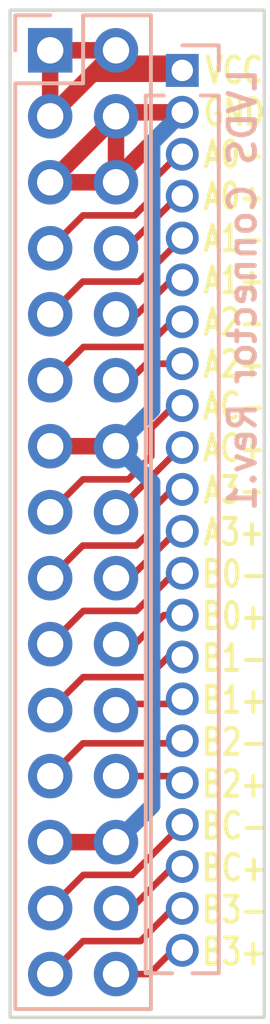
<source format=kicad_pcb>
(kicad_pcb (version 20211014) (generator pcbnew)
  (layers (0 "F.Cu" signal) (31 "B.Cu" signal) (34 "B.Paste" user) (35 "F.Paste" user) (36 "B.SilkS" user "B.Silkscreen") (37 "F.SilkS" user "F.Silkscreen") (38 "B.Mask" user) (39 "F.Mask" user) (44 "Edge.Cuts" user))
  (net 0 "")
  (net 1 "/VCC")
  (net 2 "/GND")
  (net 3 "/LA0-")
  (net 4 "/LA0+")
  (net 5 "/LA1-")
  (net 6 "/LA1+")
  (net 7 "/LA2-")
  (net 8 "/LA2+")
  (net 9 "/LAC-")
  (net 10 "/LAC+")
  (net 11 "/LA3-")
  (net 12 "/LA3+")
  (net 13 "/LB0-")
  (net 14 "/LB0+")
  (net 15 "/LB1-")
  (net 16 "/LB1+")
  (net 17 "/LB2-")
  (net 18 "/LB2+")
  (net 19 "/LBC-")
  (net 20 "/LBC+")
  (net 21 "/LB3-")
  (net 22 "/LB3+")
  (footprint "Connector_PinHeader_1.27mm:PinHeader_1x22_P1.27mm_Vertical" (layer "B.Cu") (at 143.764 43.2816 180)
    (fp_text reference "J2" hide)
    (fp_text value "Conn_01x22" hide)
    (fp_line (start 0.563471 -0.76) (end 1.11 -0.76) (layer "B.SilkS") (width 0.12))
    (fp_line (start -1.11 -27.365) (end -0.30753 -27.365) (layer "B.SilkS") (width 0.12))
    (fp_line (start -1.11 -0.76) (end -0.563471 -0.76) (layer "B.SilkS") (width 0.12))
    (fp_line (start -1.11 -0.76) (end -1.11 -27.365) (layer "B.SilkS") (width 0.12))
    (fp_line (start 1.11 -0.76) (end 1.11 -27.365) (layer "B.SilkS") (width 0.12))
    (fp_line (start -1.11 0) (end -1.11 0.76) (layer "B.SilkS") (width 0.12))
    (fp_line (start -1.11 0.76) (end 0 0.76) (layer "B.SilkS") (width 0.12))
    (fp_line (start 0.30753 -27.365) (end 1.11 -27.365) (layer "B.SilkS") (width 0.12))
    (pad "1" thru_hole rect (at 0 0 180) (size 1 1) (drill 0.65) (layers *.Cu *.Mask) (net 1 "/VCC"))
    (pad "2" thru_hole oval (at 0 -1.27 180) (size 1 1) (drill 0.65) (layers *.Cu *.Mask) (net 2 "/GND"))
    (pad "3" thru_hole oval (at 0 -2.54 180) (size 1 1) (drill 0.65) (layers *.Cu *.Mask) (net 3 "/LA0-"))
    (pad "4" thru_hole oval (at 0 -3.81 180) (size 1 1) (drill 0.65) (layers *.Cu *.Mask) (net 4 "/LA0+"))
    (pad "5" thru_hole oval (at 0 -5.08 180) (size 1 1) (drill 0.65) (layers *.Cu *.Mask) (net 5 "/LA1-"))
    (pad "6" thru_hole oval (at 0 -6.35 180) (size 1 1) (drill 0.65) (layers *.Cu *.Mask) (net 6 "/LA1+"))
    (pad "7" thru_hole oval (at 0 -7.62 180) (size 1 1) (drill 0.65) (layers *.Cu *.Mask) (net 7 "/LA2-"))
    (pad "8" thru_hole oval (at 0 -8.89 180) (size 1 1) (drill 0.65) (layers *.Cu *.Mask) (net 8 "/LA2+"))
    (pad "9" thru_hole oval (at 0 -10.16 180) (size 1 1) (drill 0.65) (layers *.Cu *.Mask) (net 9 "/LAC-"))
    (pad "10" thru_hole oval (at 0 -11.43 180) (size 1 1) (drill 0.65) (layers *.Cu *.Mask) (net 10 "/LAC+"))
    (pad "11" thru_hole oval (at 0 -12.7 180) (size 1 1) (drill 0.65) (layers *.Cu *.Mask) (net 11 "/LA3-"))
    (pad "12" thru_hole oval (at 0 -13.97 180) (size 1 1) (drill 0.65) (layers *.Cu *.Mask) (net 12 "/LA3+"))
    (pad "13" thru_hole oval (at 0 -15.24 180) (size 1 1) (drill 0.65) (layers *.Cu *.Mask) (net 13 "/LB0-"))
    (pad "14" thru_hole oval (at 0 -16.51 180) (size 1 1) (drill 0.65) (layers *.Cu *.Mask) (net 14 "/LB0+"))
    (pad "15" thru_hole oval (at 0 -17.78 180) (size 1 1) (drill 0.65) (layers *.Cu *.Mask) (net 15 "/LB1-"))
    (pad "16" thru_hole oval (at 0 -19.05 180) (size 1 1) (drill 0.65) (layers *.Cu *.Mask) (net 16 "/LB1+"))
    (pad "17" thru_hole oval (at 0 -20.32 180) (size 1 1) (drill 0.65) (layers *.Cu *.Mask) (net 17 "/LB2-"))
    (pad "18" thru_hole oval (at 0 -21.59 180) (size 1 1) (drill 0.65) (layers *.Cu *.Mask) (net 18 "/LB2+"))
    (pad "19" thru_hole oval (at 0 -22.86 180) (size 1 1) (drill 0.65) (layers *.Cu *.Mask) (net 19 "/LBC-"))
    (pad "20" thru_hole oval (at 0 -24.13 180) (size 1 1) (drill 0.65) (layers *.Cu *.Mask) (net 20 "/LBC+"))
    (pad "21" thru_hole oval (at 0 -25.4 180) (size 1 1) (drill 0.65) (layers *.Cu *.Mask) (net 21 "/LB3-"))
    (pad "22" thru_hole oval (at 0 -26.67 180) (size 1 1) (drill 0.65) (layers *.Cu *.Mask) (net 22 "/LB3+"))
  )
  (footprint "Connector_PinSocket_2.00mm:PinSocket_2x15_P2.00mm_Vertical" (layer "B.Cu") (at 139.7508 42.672 180)
    (fp_text reference "J1" hide)
    (fp_text value "Conn_02x15_Odd_Even" hide)
    (fp_line (start -3.06 1.06) (end -3.06 -29.06) (layer "B.SilkS") (width 0.12))
    (fp_line (start -3.06 -29.06) (end 1.06 -29.06) (layer "B.SilkS") (width 0.12))
    (fp_line (start -3.06 1.06) (end -1 1.06) (layer "B.SilkS") (width 0.12))
    (fp_line (start -1 -1) (end 1.06 -1) (layer "B.SilkS") (width 0.12))
    (fp_line (start 1.06 1.06) (end 1.06 0) (layer "B.SilkS") (width 0.12))
    (fp_line (start 0 1.06) (end 1.06 1.06) (layer "B.SilkS") (width 0.12))
    (fp_line (start -1 1.06) (end -1 -1) (layer "B.SilkS") (width 0.12))
    (fp_line (start 1.06 -1) (end 1.06 -29.06) (layer "B.SilkS") (width 0.12))
    (pad "1" thru_hole rect (at 0 0 180) (size 1.35 1.35) (drill 0.8) (layers *.Cu *.Mask) (net 1 "/VCC"))
    (pad "2" thru_hole oval (at -2 0 180) (size 1.35 1.35) (drill 0.8) (layers *.Cu *.Mask) (net 1 "/VCC"))
    (pad "3" thru_hole oval (at 0 -2 180) (size 1.35 1.35) (drill 0.8) (layers *.Cu *.Mask) (net 1 "/VCC"))
    (pad "4" thru_hole oval (at -2 -2 180) (size 1.35 1.35) (drill 0.8) (layers *.Cu *.Mask) (net 2 "/GND"))
    (pad "5" thru_hole oval (at 0 -4 180) (size 1.35 1.35) (drill 0.8) (layers *.Cu *.Mask) (net 2 "/GND"))
    (pad "6" thru_hole oval (at -2 -4 180) (size 1.35 1.35) (drill 0.8) (layers *.Cu *.Mask) (net 2 "/GND"))
    (pad "7" thru_hole oval (at 0 -6 180) (size 1.35 1.35) (drill 0.8) (layers *.Cu *.Mask) (net 3 "/LA0-"))
    (pad "8" thru_hole oval (at -2 -6 180) (size 1.35 1.35) (drill 0.8) (layers *.Cu *.Mask) (net 4 "/LA0+"))
    (pad "9" thru_hole oval (at 0 -8 180) (size 1.35 1.35) (drill 0.8) (layers *.Cu *.Mask) (net 5 "/LA1-"))
    (pad "10" thru_hole oval (at -2 -8 180) (size 1.35 1.35) (drill 0.8) (layers *.Cu *.Mask) (net 6 "/LA1+"))
    (pad "11" thru_hole oval (at 0 -10 180) (size 1.35 1.35) (drill 0.8) (layers *.Cu *.Mask) (net 7 "/LA2-"))
    (pad "12" thru_hole oval (at -2 -10 180) (size 1.35 1.35) (drill 0.8) (layers *.Cu *.Mask) (net 8 "/LA2+"))
    (pad "13" thru_hole oval (at 0 -12 180) (size 1.35 1.35) (drill 0.8) (layers *.Cu *.Mask) (net 2 "/GND"))
    (pad "14" thru_hole oval (at -2 -12 180) (size 1.35 1.35) (drill 0.8) (layers *.Cu *.Mask) (net 2 "/GND"))
    (pad "15" thru_hole oval (at 0 -14 180) (size 1.35 1.35) (drill 0.8) (layers *.Cu *.Mask) (net 9 "/LAC-"))
    (pad "16" thru_hole oval (at -2 -14 180) (size 1.35 1.35) (drill 0.8) (layers *.Cu *.Mask) (net 10 "/LAC+"))
    (pad "17" thru_hole oval (at 0 -16 180) (size 1.35 1.35) (drill 0.8) (layers *.Cu *.Mask) (net 11 "/LA3-"))
    (pad "18" thru_hole oval (at -2 -16 180) (size 1.35 1.35) (drill 0.8) (layers *.Cu *.Mask) (net 12 "/LA3+"))
    (pad "19" thru_hole oval (at 0 -18 180) (size 1.35 1.35) (drill 0.8) (layers *.Cu *.Mask) (net 13 "/LB0-"))
    (pad "20" thru_hole oval (at -2 -18 180) (size 1.35 1.35) (drill 0.8) (layers *.Cu *.Mask) (net 14 "/LB0+"))
    (pad "21" thru_hole oval (at 0 -20 180) (size 1.35 1.35) (drill 0.8) (layers *.Cu *.Mask) (net 15 "/LB1-"))
    (pad "22" thru_hole oval (at -2 -20 180) (size 1.35 1.35) (drill 0.8) (layers *.Cu *.Mask) (net 16 "/LB1+"))
    (pad "23" thru_hole oval (at 0 -22 180) (size 1.35 1.35) (drill 0.8) (layers *.Cu *.Mask) (net 17 "/LB2-"))
    (pad "24" thru_hole oval (at -2 -22 180) (size 1.35 1.35) (drill 0.8) (layers *.Cu *.Mask) (net 18 "/LB2+"))
    (pad "25" thru_hole oval (at 0 -24 180) (size 1.35 1.35) (drill 0.8) (layers *.Cu *.Mask) (net 2 "/GND"))
    (pad "26" thru_hole oval (at -2 -24 180) (size 1.35 1.35) (drill 0.8) (layers *.Cu *.Mask) (net 2 "/GND"))
    (pad "27" thru_hole oval (at 0 -26 180) (size 1.35 1.35) (drill 0.8) (layers *.Cu *.Mask) (net 19 "/LBC-"))
    (pad "28" thru_hole oval (at -2 -26 180) (size 1.35 1.35) (drill 0.8) (layers *.Cu *.Mask) (net 20 "/LBC+"))
    (pad "29" thru_hole oval (at 0 -28 180) (size 1.35 1.35) (drill 0.8) (layers *.Cu *.Mask) (net 21 "/LB3-"))
    (pad "30" thru_hole oval (at -2 -28 180) (size 1.35 1.35) (drill 0.8) (layers *.Cu *.Mask) (net 22 "/LB3+"))
  )
  (gr_rect (start 138.5316 41.4528) (end 146.2532 71.9836) (layer "Edge.Cuts") (width 0.1) (fill none))
  (gr_text "LVDS Connector Rev.1" (at 145.5928 49.9364 90) (layer "B.SilkS") (effects (font (size 0.8 0.8)) (justify mirror)))
  (gr_text "VCC\nGND\nA0-\nA0+\nA1-\nA1+\nA2-\nA2+\nAC-\nAC+\nA3-\nA3+\nB0-\nB0+\nB1-\nB1+\nB2-\nB2+\nBC-\nBC+\nB3-\nB3+" (at 145.3388 56.642) (layer "F.SilkS") (effects (font (size 0.79 0.6) (thickness 0.125))))
  (segment (start 139.7508 44.672) (end 141.0396 43.3832) (width 0.5) (layer "F.Cu") (net 1))
  (segment (start 141.7508 42.672) (end 139.7508 42.672) (width 0.5) (layer "F.Cu") (net 1))
  (segment (start 139.7508 44.672) (end 141.7508 42.672) (width 0.5) (layer "F.Cu") (net 1))
  (segment (start 139.7508 42.672) (end 139.7508 44.672) (width 0.5) (layer "F.Cu") (net 1))
  (segment (start 143.764 43.2816) (end 143.5608 43.0784) (width 0.5) (layer "F.Cu") (net 1))
  (segment (start 142.1572 43.0784) (end 141.7508 42.672) (width 0.5) (layer "F.Cu") (net 1))
  (segment (start 143.5608 43.0784) (end 142.1572 43.0784) (width 0.5) (layer "F.Cu") (net 1))
  (segment (start 143.6624 43.3832) (end 143.764 43.2816) (width 0.5) (layer "F.Cu") (net 1))
  (segment (start 141.0396 43.3832) (end 143.6624 43.3832) (width 0.5) (layer "F.Cu") (net 1))
  (segment (start 141.7508 46.672) (end 141.7508 44.672) (width 0.5) (layer "F.Cu") (net 2))
  (segment (start 139.7508 54.672) (end 141.7508 54.672) (width 0.5) (layer "F.Cu") (net 2))
  (segment (start 139.7508 66.672) (end 141.7508 66.672) (width 0.5) (layer "F.Cu") (net 2))
  (segment (start 141.7508 44.672) (end 141.8712 44.5516) (width 0.5) (layer "F.Cu") (net 2))
  (segment (start 141.7508 46.672) (end 141.7508 46.5648) (width 0.5) (layer "F.Cu") (net 2))
  (segment (start 141.8712 44.5516) (end 143.764 44.5516) (width 0.5) (layer "F.Cu") (net 2))
  (segment (start 141.7508 46.5648) (end 143.764 44.5516) (width 0.5) (layer "F.Cu") (net 2))
  (segment (start 139.7508 46.672) (end 141.7508 44.672) (width 0.5) (layer "F.Cu") (net 2))
  (segment (start 139.7508 46.672) (end 141.7508 46.672) (width 0.5) (layer "F.Cu") (net 2))
  (segment (start 142.8496 55.7708) (end 141.7508 54.672) (width 0.5) (layer "B.Cu") (net 2))
  (segment (start 143.764 44.5516) (end 142.8496 45.466) (width 0.5) (layer "B.Cu") (net 2))
  (segment (start 142.8496 53.5732) (end 141.7508 54.672) (width 0.5) (layer "B.Cu") (net 2))
  (segment (start 141.7508 66.672) (end 142.8496 65.5732) (width 0.5) (layer "B.Cu") (net 2))
  (segment (start 142.8496 65.5732) (end 142.8496 55.7708) (width 0.5) (layer "B.Cu") (net 2))
  (segment (start 142.8496 45.466) (end 142.8496 53.5732) (width 0.5) (layer "B.Cu") (net 2))
  (segment (start 142.3162 47.6758) (end 140.747 47.6758) (width 0.2) (layer "F.Cu") (net 3))
  (segment (start 140.747 47.6758) (end 139.7508 48.672) (width 0.2) (layer "F.Cu") (net 3))
  (segment (start 142.7988 46.6852) (end 142.7988 47.1932) (width 0.2) (layer "F.Cu") (net 3))
  (segment (start 143.764 45.8216) (end 143.6624 45.8216) (width 0.2) (layer "F.Cu") (net 3))
  (segment (start 142.7988 47.1932) (end 142.3162 47.6758) (width 0.2) (layer "F.Cu") (net 3))
  (segment (start 143.6624 45.8216) (end 142.7988 46.6852) (width 0.2) (layer "F.Cu") (net 3))
  (segment (start 142.0566 48.672) (end 141.7508 48.672) (width 0.2) (layer "F.Cu") (net 4))
  (segment (start 143.637 47.0916) (end 142.0566 48.672) (width 0.2) (layer "F.Cu") (net 4))
  (segment (start 143.764 47.0916) (end 143.637 47.0916) (width 0.2) (layer "F.Cu") (net 4))
  (segment (start 143.764 48.3616) (end 142.4432 49.6824) (width 0.2) (layer "F.Cu") (net 5))
  (segment (start 140.7404 49.6824) (end 139.7508 50.672) (width 0.2) (layer "F.Cu") (net 5))
  (segment (start 142.4432 49.6824) (end 140.7404 49.6824) (width 0.2) (layer "F.Cu") (net 5))
  (segment (start 143.764 49.6316) (end 143.4338 49.6316) (width 0.2) (layer "F.Cu") (net 6))
  (segment (start 143.4338 49.6316) (end 142.3934 50.672) (width 0.2) (layer "F.Cu") (net 6))
  (segment (start 142.3934 50.672) (end 141.7508 50.672) (width 0.2) (layer "F.Cu") (net 6))
  (segment (start 142.6718 51.6636) (end 140.7592 51.6636) (width 0.2) (layer "F.Cu") (net 7))
  (segment (start 143.4338 50.9016) (end 142.6718 51.6636) (width 0.2) (layer "F.Cu") (net 7))
  (segment (start 143.764 50.9016) (end 143.4338 50.9016) (width 0.2) (layer "F.Cu") (net 7))
  (segment (start 140.7592 51.6636) (end 139.7508 52.672) (width 0.2) (layer "F.Cu") (net 7))
  (segment (start 142.1714 52.672) (end 142.6718 52.1716) (width 0.2) (layer "F.Cu") (net 8))
  (segment (start 142.6718 52.1716) (end 143.764 52.1716) (width 0.2) (layer "F.Cu") (net 8))
  (segment (start 141.7508 52.672) (end 142.1714 52.672) (width 0.2) (layer "F.Cu") (net 8))
  (segment (start 140.746 55.6768) (end 139.7508 56.672) (width 0.2) (layer "F.Cu") (net 9))
  (segment (start 143.764 53.4416) (end 143.51 53.4416) (width 0.2) (layer "F.Cu") (net 9))
  (segment (start 143.51 53.4416) (end 142.8242 54.1274) (width 0.2) (layer "F.Cu") (net 9))
  (segment (start 142.8242 54.1274) (end 142.8242 54.977459) (width 0.2) (layer "F.Cu") (net 9))
  (segment (start 142.8242 54.977459) (end 142.124859 55.6768) (width 0.2) (layer "F.Cu") (net 9))
  (segment (start 142.124859 55.6768) (end 140.746 55.6768) (width 0.2) (layer "F.Cu") (net 9))
  (segment (start 143.7112 54.7116) (end 143.764 54.7116) (width 0.2) (layer "F.Cu") (net 10))
  (segment (start 141.7508 56.672) (end 143.7112 54.7116) (width 0.2) (layer "F.Cu") (net 10))
  (segment (start 142.8496 56.5912) (end 142.8496 57.2008) (width 0.2) (layer "F.Cu") (net 11))
  (segment (start 140.7394 57.6834) (end 139.7508 58.672) (width 0.2) (layer "F.Cu") (net 11))
  (segment (start 142.8496 57.2008) (end 142.367 57.6834) (width 0.2) (layer "F.Cu") (net 11))
  (segment (start 142.367 57.6834) (end 140.7394 57.6834) (width 0.2) (layer "F.Cu") (net 11))
  (segment (start 143.4592 55.9816) (end 142.8496 56.5912) (width 0.2) (layer "F.Cu") (net 11))
  (segment (start 143.764 55.9816) (end 143.4592 55.9816) (width 0.2) (layer "F.Cu") (net 11))
  (segment (start 143.5862 57.2516) (end 142.1658 58.672) (width 0.2) (layer "F.Cu") (net 12))
  (segment (start 143.764 57.2516) (end 143.5862 57.2516) (width 0.2) (layer "F.Cu") (net 12))
  (segment (start 142.1658 58.672) (end 141.7508 58.672) (width 0.2) (layer "F.Cu") (net 12))
  (segment (start 143.51 58.5216) (end 142.367 59.6646) (width 0.2) (layer "F.Cu") (net 13))
  (segment (start 143.764 58.5216) (end 143.51 58.5216) (width 0.2) (layer "F.Cu") (net 13))
  (segment (start 142.367 59.6646) (end 140.7582 59.6646) (width 0.2) (layer "F.Cu") (net 13))
  (segment (start 140.7582 59.6646) (end 139.7508 60.672) (width 0.2) (layer "F.Cu") (net 13))
  (segment (start 142.3248 60.672) (end 141.7508 60.672) (width 0.2) (layer "F.Cu") (net 14))
  (segment (start 143.2052 59.7916) (end 142.3248 60.672) (width 0.2) (layer "F.Cu") (net 14))
  (segment (start 143.764 59.7916) (end 143.2052 59.7916) (width 0.2) (layer "F.Cu") (net 14))
  (segment (start 143.3322 61.0616) (end 142.7226 61.6712) (width 0.2) (layer "F.Cu") (net 15))
  (segment (start 140.7516 61.6712) (end 139.7508 62.672) (width 0.2) (layer "F.Cu") (net 15))
  (segment (start 143.764 61.0616) (end 143.3322 61.0616) (width 0.2) (layer "F.Cu") (net 15))
  (segment (start 142.7226 61.6712) (end 140.7516 61.6712) (width 0.2) (layer "F.Cu") (net 15))
  (segment (start 143.764 62.3316) (end 143.6116 62.484) (width 0.2) (layer "F.Cu") (net 16))
  (segment (start 141.9388 62.484) (end 141.7508 62.672) (width 0.2) (layer "F.Cu") (net 16))
  (segment (start 143.6116 62.484) (end 141.9388 62.484) (width 0.2) (layer "F.Cu") (net 16))
  (segment (start 143.764 63.6016) (end 143.6878 63.6778) (width 0.2) (layer "F.Cu") (net 17))
  (segment (start 140.745 63.6778) (end 139.7508 64.672) (width 0.2) (layer "F.Cu") (net 17))
  (segment (start 143.6878 63.6778) (end 140.745 63.6778) (width 0.2) (layer "F.Cu") (net 17))
  (segment (start 143.764 64.8716) (end 143.5644 64.672) (width 0.2) (layer "F.Cu") (net 18))
  (segment (start 143.5644 64.672) (end 141.7508 64.672) (width 0.2) (layer "F.Cu") (net 18))
  (segment (start 143.764 66.1416) (end 142.24 67.6656) (width 0.2) (layer "F.Cu") (net 19))
  (segment (start 142.24 67.6656) (end 140.7572 67.6656) (width 0.2) (layer "F.Cu") (net 19))
  (segment (start 140.7572 67.6656) (end 139.7508 68.672) (width 0.2) (layer "F.Cu") (net 19))
  (segment (start 142.2242 68.672) (end 143.4846 67.4116) (width 0.2) (layer "F.Cu") (net 20))
  (segment (start 141.7508 68.672) (end 142.2242 68.672) (width 0.2) (layer "F.Cu") (net 20))
  (segment (start 143.4846 67.4116) (end 143.764 67.4116) (width 0.2) (layer "F.Cu") (net 20))
  (segment (start 140.7506 69.6722) (end 139.7508 70.672) (width 0.2) (layer "F.Cu") (net 21))
  (segment (start 143.764 68.6816) (end 143.4846 68.6816) (width 0.2) (layer "F.Cu") (net 21))
  (segment (start 143.4846 68.6816) (end 142.494 69.6722) (width 0.2) (layer "F.Cu") (net 21))
  (segment (start 142.494 69.6722) (end 140.7506 69.6722) (width 0.2) (layer "F.Cu") (net 21))
  (segment (start 142.7642 70.672) (end 143.4846 69.9516) (width 0.2) (layer "F.Cu") (net 22))
  (segment (start 141.7508 70.672) (end 142.7642 70.672) (width 0.2) (layer "F.Cu") (net 22))
  (segment (start 143.4846 69.9516) (end 143.764 69.9516) (width 0.2) (layer "F.Cu") (net 22))
)
</source>
